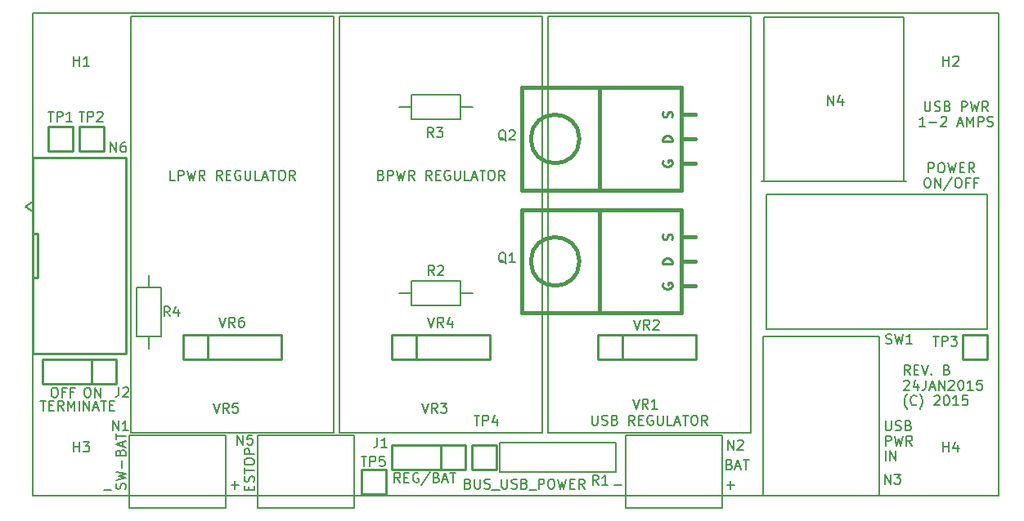
<source format=gto>
%FSLAX36Y36*%
G04 Gerber Fmt 3.6, Leading zero omitted, Abs format (unit inch)*
G04 Created by KiCad (PCBNEW (2014-jul-16 BZR unknown)-product) date Sat 24 Jan 2015 08:01:21 PM PST*
%MOIN*%
G01*
G04 APERTURE LIST*
%ADD10C,0.003937*%
%ADD11C,0.006000*%
%ADD12C,0.008000*%
%ADD13C,0.010000*%
%ADD14C,0.005906*%
%ADD15C,0.015000*%
%ADD16C,0.009850*%
%ADD17C,0.009900*%
G04 APERTURE END LIST*
D10*
D11*
X5433052Y-5852595D02*
X5419719Y-5833548D01*
X5410195Y-5852595D02*
X5410195Y-5812595D01*
X5425433Y-5812595D01*
X5429243Y-5814500D01*
X5431148Y-5816405D01*
X5433052Y-5820214D01*
X5433052Y-5825929D01*
X5431148Y-5829738D01*
X5429243Y-5831643D01*
X5425433Y-5833548D01*
X5410195Y-5833548D01*
X5450195Y-5831643D02*
X5463529Y-5831643D01*
X5469243Y-5852595D02*
X5450195Y-5852595D01*
X5450195Y-5812595D01*
X5469243Y-5812595D01*
X5507338Y-5814500D02*
X5503529Y-5812595D01*
X5497814Y-5812595D01*
X5492100Y-5814500D01*
X5488291Y-5818310D01*
X5486386Y-5822119D01*
X5484481Y-5829738D01*
X5484481Y-5835452D01*
X5486386Y-5843071D01*
X5488291Y-5846881D01*
X5492100Y-5850690D01*
X5497814Y-5852595D01*
X5501624Y-5852595D01*
X5507338Y-5850690D01*
X5509243Y-5848786D01*
X5509243Y-5835452D01*
X5501624Y-5835452D01*
X5554957Y-5810690D02*
X5520671Y-5862119D01*
X5581624Y-5831643D02*
X5587338Y-5833548D01*
X5589243Y-5835452D01*
X5591148Y-5839262D01*
X5591148Y-5844976D01*
X5589243Y-5848786D01*
X5587338Y-5850690D01*
X5583529Y-5852595D01*
X5568291Y-5852595D01*
X5568291Y-5812595D01*
X5581624Y-5812595D01*
X5585433Y-5814500D01*
X5587338Y-5816405D01*
X5589243Y-5820214D01*
X5589243Y-5824024D01*
X5587338Y-5827833D01*
X5585433Y-5829738D01*
X5581624Y-5831643D01*
X5568291Y-5831643D01*
X5606386Y-5841167D02*
X5625433Y-5841167D01*
X5602576Y-5852595D02*
X5615910Y-5812595D01*
X5629243Y-5852595D01*
X5636862Y-5812595D02*
X5659719Y-5812595D01*
X5648291Y-5852595D02*
X5648291Y-5812595D01*
X6215714Y-5578095D02*
X6215714Y-5610476D01*
X6217619Y-5614286D01*
X6219524Y-5616190D01*
X6223333Y-5618095D01*
X6230952Y-5618095D01*
X6234762Y-5616190D01*
X6236667Y-5614286D01*
X6238571Y-5610476D01*
X6238571Y-5578095D01*
X6255714Y-5616190D02*
X6261429Y-5618095D01*
X6270952Y-5618095D01*
X6274762Y-5616190D01*
X6276667Y-5614286D01*
X6278571Y-5610476D01*
X6278571Y-5606667D01*
X6276667Y-5602857D01*
X6274762Y-5600952D01*
X6270952Y-5599048D01*
X6263333Y-5597143D01*
X6259524Y-5595238D01*
X6257619Y-5593333D01*
X6255714Y-5589524D01*
X6255714Y-5585714D01*
X6257619Y-5581905D01*
X6259524Y-5580000D01*
X6263333Y-5578095D01*
X6272857Y-5578095D01*
X6278571Y-5580000D01*
X6309048Y-5597143D02*
X6314762Y-5599048D01*
X6316667Y-5600952D01*
X6318571Y-5604762D01*
X6318571Y-5610476D01*
X6316667Y-5614286D01*
X6314762Y-5616190D01*
X6310952Y-5618095D01*
X6295714Y-5618095D01*
X6295714Y-5578095D01*
X6309048Y-5578095D01*
X6312857Y-5580000D01*
X6314762Y-5581905D01*
X6316667Y-5585714D01*
X6316667Y-5589524D01*
X6314762Y-5593333D01*
X6312857Y-5595238D01*
X6309048Y-5597143D01*
X6295714Y-5597143D01*
X6389048Y-5618095D02*
X6375714Y-5599048D01*
X6366191Y-5618095D02*
X6366191Y-5578095D01*
X6381429Y-5578095D01*
X6385238Y-5580000D01*
X6387143Y-5581905D01*
X6389048Y-5585714D01*
X6389048Y-5591429D01*
X6387143Y-5595238D01*
X6385238Y-5597143D01*
X6381429Y-5599048D01*
X6366191Y-5599048D01*
X6406191Y-5597143D02*
X6419524Y-5597143D01*
X6425238Y-5618095D02*
X6406191Y-5618095D01*
X6406191Y-5578095D01*
X6425238Y-5578095D01*
X6463333Y-5580000D02*
X6459524Y-5578095D01*
X6453810Y-5578095D01*
X6448095Y-5580000D01*
X6444286Y-5583810D01*
X6442381Y-5587619D01*
X6440476Y-5595238D01*
X6440476Y-5600952D01*
X6442381Y-5608571D01*
X6444286Y-5612381D01*
X6448095Y-5616190D01*
X6453810Y-5618095D01*
X6457619Y-5618095D01*
X6463333Y-5616190D01*
X6465238Y-5614286D01*
X6465238Y-5600952D01*
X6457619Y-5600952D01*
X6482381Y-5578095D02*
X6482381Y-5610476D01*
X6484286Y-5614286D01*
X6486191Y-5616190D01*
X6490000Y-5618095D01*
X6497619Y-5618095D01*
X6501429Y-5616190D01*
X6503333Y-5614286D01*
X6505238Y-5610476D01*
X6505238Y-5578095D01*
X6543333Y-5618095D02*
X6524286Y-5618095D01*
X6524286Y-5578095D01*
X6554762Y-5606667D02*
X6573810Y-5606667D01*
X6550952Y-5618095D02*
X6564286Y-5578095D01*
X6577619Y-5618095D01*
X6585238Y-5578095D02*
X6608095Y-5578095D01*
X6596667Y-5618095D02*
X6596667Y-5578095D01*
X6629048Y-5578095D02*
X6636667Y-5578095D01*
X6640476Y-5580000D01*
X6644286Y-5583810D01*
X6646190Y-5591429D01*
X6646190Y-5604762D01*
X6644286Y-5612381D01*
X6640476Y-5616190D01*
X6636667Y-5618095D01*
X6629048Y-5618095D01*
X6625238Y-5616190D01*
X6621429Y-5612381D01*
X6619524Y-5604762D01*
X6619524Y-5591429D01*
X6621429Y-5583810D01*
X6625238Y-5580000D01*
X6629048Y-5578095D01*
X6686190Y-5618095D02*
X6672857Y-5599048D01*
X6663333Y-5618095D02*
X6663333Y-5578095D01*
X6678571Y-5578095D01*
X6682381Y-5580000D01*
X6684286Y-5581905D01*
X6686190Y-5585714D01*
X6686190Y-5591429D01*
X6684286Y-5595238D01*
X6682381Y-5597143D01*
X6678571Y-5599048D01*
X6663333Y-5599048D01*
X5356190Y-4597143D02*
X5361905Y-4599048D01*
X5363810Y-4600952D01*
X5365714Y-4604762D01*
X5365714Y-4610476D01*
X5363810Y-4614286D01*
X5361905Y-4616190D01*
X5358095Y-4618095D01*
X5342857Y-4618095D01*
X5342857Y-4578095D01*
X5356190Y-4578095D01*
X5360000Y-4580000D01*
X5361905Y-4581905D01*
X5363810Y-4585714D01*
X5363810Y-4589524D01*
X5361905Y-4593333D01*
X5360000Y-4595238D01*
X5356190Y-4597143D01*
X5342857Y-4597143D01*
X5382857Y-4618095D02*
X5382857Y-4578095D01*
X5398095Y-4578095D01*
X5401905Y-4580000D01*
X5403810Y-4581905D01*
X5405714Y-4585714D01*
X5405714Y-4591429D01*
X5403810Y-4595238D01*
X5401905Y-4597143D01*
X5398095Y-4599048D01*
X5382857Y-4599048D01*
X5419048Y-4578095D02*
X5428571Y-4618095D01*
X5436190Y-4589524D01*
X5443810Y-4618095D01*
X5453333Y-4578095D01*
X5491429Y-4618095D02*
X5478095Y-4599048D01*
X5468571Y-4618095D02*
X5468571Y-4578095D01*
X5483810Y-4578095D01*
X5487619Y-4580000D01*
X5489524Y-4581905D01*
X5491429Y-4585714D01*
X5491429Y-4591429D01*
X5489524Y-4595238D01*
X5487619Y-4597143D01*
X5483810Y-4599048D01*
X5468571Y-4599048D01*
X5561905Y-4618095D02*
X5548571Y-4599048D01*
X5539048Y-4618095D02*
X5539048Y-4578095D01*
X5554286Y-4578095D01*
X5558095Y-4580000D01*
X5560000Y-4581905D01*
X5561905Y-4585714D01*
X5561905Y-4591429D01*
X5560000Y-4595238D01*
X5558095Y-4597143D01*
X5554286Y-4599048D01*
X5539048Y-4599048D01*
X5579048Y-4597143D02*
X5592381Y-4597143D01*
X5598095Y-4618095D02*
X5579048Y-4618095D01*
X5579048Y-4578095D01*
X5598095Y-4578095D01*
X5636190Y-4580000D02*
X5632381Y-4578095D01*
X5626667Y-4578095D01*
X5620952Y-4580000D01*
X5617143Y-4583810D01*
X5615238Y-4587619D01*
X5613333Y-4595238D01*
X5613333Y-4600952D01*
X5615238Y-4608571D01*
X5617143Y-4612381D01*
X5620952Y-4616190D01*
X5626667Y-4618095D01*
X5630476Y-4618095D01*
X5636190Y-4616190D01*
X5638095Y-4614286D01*
X5638095Y-4600952D01*
X5630476Y-4600952D01*
X5655238Y-4578095D02*
X5655238Y-4610476D01*
X5657143Y-4614286D01*
X5659048Y-4616190D01*
X5662857Y-4618095D01*
X5670476Y-4618095D01*
X5674286Y-4616190D01*
X5676190Y-4614286D01*
X5678095Y-4610476D01*
X5678095Y-4578095D01*
X5716190Y-4618095D02*
X5697143Y-4618095D01*
X5697143Y-4578095D01*
X5727619Y-4606667D02*
X5746667Y-4606667D01*
X5723810Y-4618095D02*
X5737143Y-4578095D01*
X5750476Y-4618095D01*
X5758095Y-4578095D02*
X5780952Y-4578095D01*
X5769524Y-4618095D02*
X5769524Y-4578095D01*
X5801905Y-4578095D02*
X5809524Y-4578095D01*
X5813333Y-4580000D01*
X5817143Y-4583810D01*
X5819048Y-4591429D01*
X5819048Y-4604762D01*
X5817143Y-4612381D01*
X5813333Y-4616190D01*
X5809524Y-4618095D01*
X5801905Y-4618095D01*
X5798095Y-4616190D01*
X5794286Y-4612381D01*
X5792381Y-4604762D01*
X5792381Y-4591429D01*
X5794286Y-4583810D01*
X5798095Y-4580000D01*
X5801905Y-4578095D01*
X5859048Y-4618095D02*
X5845714Y-4599048D01*
X5836190Y-4618095D02*
X5836190Y-4578095D01*
X5851429Y-4578095D01*
X5855238Y-4580000D01*
X5857143Y-4581905D01*
X5859048Y-4585714D01*
X5859048Y-4591429D01*
X5857143Y-4595238D01*
X5855238Y-4597143D01*
X5851429Y-4599048D01*
X5836190Y-4599048D01*
X4515714Y-4618095D02*
X4496667Y-4618095D01*
X4496667Y-4578095D01*
X4529048Y-4618095D02*
X4529048Y-4578095D01*
X4544286Y-4578095D01*
X4548095Y-4580000D01*
X4550000Y-4581905D01*
X4551905Y-4585714D01*
X4551905Y-4591429D01*
X4550000Y-4595238D01*
X4548095Y-4597143D01*
X4544286Y-4599048D01*
X4529048Y-4599048D01*
X4565238Y-4578095D02*
X4574762Y-4618095D01*
X4582381Y-4589524D01*
X4590000Y-4618095D01*
X4599524Y-4578095D01*
X4637619Y-4618095D02*
X4624286Y-4599048D01*
X4614762Y-4618095D02*
X4614762Y-4578095D01*
X4630000Y-4578095D01*
X4633810Y-4580000D01*
X4635714Y-4581905D01*
X4637619Y-4585714D01*
X4637619Y-4591429D01*
X4635714Y-4595238D01*
X4633810Y-4597143D01*
X4630000Y-4599048D01*
X4614762Y-4599048D01*
X4708095Y-4618095D02*
X4694762Y-4599048D01*
X4685238Y-4618095D02*
X4685238Y-4578095D01*
X4700476Y-4578095D01*
X4704286Y-4580000D01*
X4706190Y-4581905D01*
X4708095Y-4585714D01*
X4708095Y-4591429D01*
X4706190Y-4595238D01*
X4704286Y-4597143D01*
X4700476Y-4599048D01*
X4685238Y-4599048D01*
X4725238Y-4597143D02*
X4738571Y-4597143D01*
X4744286Y-4618095D02*
X4725238Y-4618095D01*
X4725238Y-4578095D01*
X4744286Y-4578095D01*
X4782381Y-4580000D02*
X4778571Y-4578095D01*
X4772857Y-4578095D01*
X4767143Y-4580000D01*
X4763333Y-4583810D01*
X4761429Y-4587619D01*
X4759524Y-4595238D01*
X4759524Y-4600952D01*
X4761429Y-4608571D01*
X4763333Y-4612381D01*
X4767143Y-4616190D01*
X4772857Y-4618095D01*
X4776667Y-4618095D01*
X4782381Y-4616190D01*
X4784286Y-4614286D01*
X4784286Y-4600952D01*
X4776667Y-4600952D01*
X4801429Y-4578095D02*
X4801429Y-4610476D01*
X4803333Y-4614286D01*
X4805238Y-4616190D01*
X4809048Y-4618095D01*
X4816667Y-4618095D01*
X4820476Y-4616190D01*
X4822381Y-4614286D01*
X4824286Y-4610476D01*
X4824286Y-4578095D01*
X4862381Y-4618095D02*
X4843333Y-4618095D01*
X4843333Y-4578095D01*
X4873810Y-4606667D02*
X4892857Y-4606667D01*
X4870000Y-4618095D02*
X4883333Y-4578095D01*
X4896667Y-4618095D01*
X4904286Y-4578095D02*
X4927143Y-4578095D01*
X4915714Y-4618095D02*
X4915714Y-4578095D01*
X4948095Y-4578095D02*
X4955714Y-4578095D01*
X4959524Y-4580000D01*
X4963333Y-4583810D01*
X4965238Y-4591429D01*
X4965238Y-4604762D01*
X4963333Y-4612381D01*
X4959524Y-4616190D01*
X4955714Y-4618095D01*
X4948095Y-4618095D01*
X4944286Y-4616190D01*
X4940476Y-4612381D01*
X4938571Y-4604762D01*
X4938571Y-4591429D01*
X4940476Y-4583810D01*
X4944286Y-4580000D01*
X4948095Y-4578095D01*
X5005238Y-4618095D02*
X4991905Y-4599048D01*
X4982381Y-4618095D02*
X4982381Y-4578095D01*
X4997619Y-4578095D01*
X5001429Y-4580000D01*
X5003333Y-4581905D01*
X5005238Y-4585714D01*
X5005238Y-4591429D01*
X5003333Y-4595238D01*
X5001429Y-4597143D01*
X4997619Y-4599048D01*
X4982381Y-4599048D01*
X7411524Y-5600095D02*
X7411524Y-5632476D01*
X7413429Y-5636286D01*
X7415333Y-5638190D01*
X7419143Y-5640095D01*
X7426762Y-5640095D01*
X7430571Y-5638190D01*
X7432476Y-5636286D01*
X7434381Y-5632476D01*
X7434381Y-5600095D01*
X7451524Y-5638190D02*
X7457238Y-5640095D01*
X7466762Y-5640095D01*
X7470571Y-5638190D01*
X7472476Y-5636286D01*
X7474381Y-5632476D01*
X7474381Y-5628667D01*
X7472476Y-5624857D01*
X7470571Y-5622952D01*
X7466762Y-5621048D01*
X7459143Y-5619143D01*
X7455333Y-5617238D01*
X7453429Y-5615333D01*
X7451524Y-5611524D01*
X7451524Y-5607714D01*
X7453429Y-5603905D01*
X7455333Y-5602000D01*
X7459143Y-5600095D01*
X7468667Y-5600095D01*
X7474381Y-5602000D01*
X7504857Y-5619143D02*
X7510571Y-5621048D01*
X7512476Y-5622952D01*
X7514381Y-5626762D01*
X7514381Y-5632476D01*
X7512476Y-5636286D01*
X7510571Y-5638190D01*
X7506762Y-5640095D01*
X7491524Y-5640095D01*
X7491524Y-5600095D01*
X7504857Y-5600095D01*
X7508667Y-5602000D01*
X7510571Y-5603905D01*
X7512476Y-5607714D01*
X7512476Y-5611524D01*
X7510571Y-5615333D01*
X7508667Y-5617238D01*
X7504857Y-5619143D01*
X7491524Y-5619143D01*
X7411524Y-5702095D02*
X7411524Y-5662095D01*
X7426762Y-5662095D01*
X7430571Y-5664000D01*
X7432476Y-5665905D01*
X7434381Y-5669714D01*
X7434381Y-5675429D01*
X7432476Y-5679238D01*
X7430571Y-5681143D01*
X7426762Y-5683048D01*
X7411524Y-5683048D01*
X7447714Y-5662095D02*
X7457238Y-5702095D01*
X7464857Y-5673524D01*
X7472476Y-5702095D01*
X7482000Y-5662095D01*
X7520095Y-5702095D02*
X7506762Y-5683048D01*
X7497238Y-5702095D02*
X7497238Y-5662095D01*
X7512476Y-5662095D01*
X7516286Y-5664000D01*
X7518190Y-5665905D01*
X7520095Y-5669714D01*
X7520095Y-5675429D01*
X7518190Y-5679238D01*
X7516286Y-5681143D01*
X7512476Y-5683048D01*
X7497238Y-5683048D01*
X7411524Y-5764095D02*
X7411524Y-5724095D01*
X7430571Y-5764095D02*
X7430571Y-5724095D01*
X7453429Y-5764095D01*
X7453429Y-5724095D01*
X7571429Y-4297095D02*
X7571429Y-4329476D01*
X7573333Y-4333286D01*
X7575238Y-4335190D01*
X7579048Y-4337095D01*
X7586667Y-4337095D01*
X7590476Y-4335190D01*
X7592381Y-4333286D01*
X7594286Y-4329476D01*
X7594286Y-4297095D01*
X7611429Y-4335190D02*
X7617143Y-4337095D01*
X7626667Y-4337095D01*
X7630476Y-4335190D01*
X7632381Y-4333286D01*
X7634286Y-4329476D01*
X7634286Y-4325667D01*
X7632381Y-4321857D01*
X7630476Y-4319952D01*
X7626667Y-4318048D01*
X7619048Y-4316143D01*
X7615238Y-4314238D01*
X7613333Y-4312333D01*
X7611429Y-4308524D01*
X7611429Y-4304714D01*
X7613333Y-4300905D01*
X7615238Y-4299000D01*
X7619048Y-4297095D01*
X7628571Y-4297095D01*
X7634286Y-4299000D01*
X7664762Y-4316143D02*
X7670476Y-4318048D01*
X7672381Y-4319952D01*
X7674286Y-4323762D01*
X7674286Y-4329476D01*
X7672381Y-4333286D01*
X7670476Y-4335190D01*
X7666667Y-4337095D01*
X7651429Y-4337095D01*
X7651429Y-4297095D01*
X7664762Y-4297095D01*
X7668571Y-4299000D01*
X7670476Y-4300905D01*
X7672381Y-4304714D01*
X7672381Y-4308524D01*
X7670476Y-4312333D01*
X7668571Y-4314238D01*
X7664762Y-4316143D01*
X7651429Y-4316143D01*
X7721905Y-4337095D02*
X7721905Y-4297095D01*
X7737143Y-4297095D01*
X7740952Y-4299000D01*
X7742857Y-4300905D01*
X7744762Y-4304714D01*
X7744762Y-4310429D01*
X7742857Y-4314238D01*
X7740952Y-4316143D01*
X7737143Y-4318048D01*
X7721905Y-4318048D01*
X7758095Y-4297095D02*
X7767619Y-4337095D01*
X7775238Y-4308524D01*
X7782857Y-4337095D01*
X7792381Y-4297095D01*
X7830476Y-4337095D02*
X7817143Y-4318048D01*
X7807619Y-4337095D02*
X7807619Y-4297095D01*
X7822857Y-4297095D01*
X7826667Y-4299000D01*
X7828571Y-4300905D01*
X7830476Y-4304714D01*
X7830476Y-4310429D01*
X7828571Y-4314238D01*
X7826667Y-4316143D01*
X7822857Y-4318048D01*
X7807619Y-4318048D01*
X7573333Y-4399095D02*
X7550476Y-4399095D01*
X7561905Y-4399095D02*
X7561905Y-4359095D01*
X7558095Y-4364810D01*
X7554286Y-4368619D01*
X7550476Y-4370524D01*
X7590476Y-4383857D02*
X7620952Y-4383857D01*
X7638095Y-4362905D02*
X7640000Y-4361000D01*
X7643810Y-4359095D01*
X7653333Y-4359095D01*
X7657143Y-4361000D01*
X7659048Y-4362905D01*
X7660952Y-4366714D01*
X7660952Y-4370524D01*
X7659048Y-4376238D01*
X7636191Y-4399095D01*
X7660952Y-4399095D01*
X7706667Y-4387667D02*
X7725714Y-4387667D01*
X7702857Y-4399095D02*
X7716191Y-4359095D01*
X7729524Y-4399095D01*
X7742857Y-4399095D02*
X7742857Y-4359095D01*
X7756190Y-4387667D01*
X7769524Y-4359095D01*
X7769524Y-4399095D01*
X7788571Y-4399095D02*
X7788571Y-4359095D01*
X7803810Y-4359095D01*
X7807619Y-4361000D01*
X7809524Y-4362905D01*
X7811429Y-4366714D01*
X7811429Y-4372429D01*
X7809524Y-4376238D01*
X7807619Y-4378143D01*
X7803810Y-4380048D01*
X7788571Y-4380048D01*
X7826667Y-4397190D02*
X7832381Y-4399095D01*
X7841905Y-4399095D01*
X7845714Y-4397190D01*
X7847619Y-4395286D01*
X7849524Y-4391476D01*
X7849524Y-4387667D01*
X7847619Y-4383857D01*
X7845714Y-4381952D01*
X7841905Y-4380048D01*
X7834286Y-4378143D01*
X7830476Y-4376238D01*
X7828571Y-4374333D01*
X7826667Y-4370524D01*
X7826667Y-4366714D01*
X7828571Y-4362905D01*
X7830476Y-4361000D01*
X7834286Y-4359095D01*
X7843810Y-4359095D01*
X7849524Y-4361000D01*
X4312790Y-5878729D02*
X4314695Y-5873014D01*
X4314695Y-5863490D01*
X4312790Y-5859681D01*
X4310886Y-5857776D01*
X4307076Y-5855871D01*
X4303267Y-5855871D01*
X4299457Y-5857776D01*
X4297552Y-5859681D01*
X4295648Y-5863490D01*
X4293743Y-5871109D01*
X4291838Y-5874919D01*
X4289933Y-5876824D01*
X4286124Y-5878729D01*
X4282314Y-5878729D01*
X4278505Y-5876824D01*
X4276600Y-5874919D01*
X4274695Y-5871109D01*
X4274695Y-5861586D01*
X4276600Y-5855871D01*
X4274695Y-5842538D02*
X4314695Y-5833014D01*
X4286124Y-5825395D01*
X4314695Y-5817776D01*
X4274695Y-5808252D01*
X4299457Y-5793014D02*
X4299457Y-5762538D01*
X4293743Y-5730157D02*
X4295648Y-5724443D01*
X4297552Y-5722538D01*
X4301362Y-5720633D01*
X4307076Y-5720633D01*
X4310886Y-5722538D01*
X4312790Y-5724443D01*
X4314695Y-5728252D01*
X4314695Y-5743490D01*
X4274695Y-5743490D01*
X4274695Y-5730157D01*
X4276600Y-5726348D01*
X4278505Y-5724443D01*
X4282314Y-5722538D01*
X4286124Y-5722538D01*
X4289933Y-5724443D01*
X4291838Y-5726348D01*
X4293743Y-5730157D01*
X4293743Y-5743490D01*
X4303267Y-5705395D02*
X4303267Y-5686348D01*
X4314695Y-5709205D02*
X4274695Y-5695871D01*
X4314695Y-5682538D01*
X4274695Y-5674919D02*
X4274695Y-5652062D01*
X4314695Y-5663490D02*
X4274695Y-5663490D01*
X4817143Y-5883809D02*
X4817143Y-5870476D01*
X4838095Y-5864762D02*
X4838095Y-5883809D01*
X4798095Y-5883809D01*
X4798095Y-5864762D01*
X4836190Y-5849524D02*
X4838095Y-5843809D01*
X4838095Y-5834286D01*
X4836190Y-5830476D01*
X4834286Y-5828571D01*
X4830476Y-5826667D01*
X4826667Y-5826667D01*
X4822857Y-5828571D01*
X4820952Y-5830476D01*
X4819048Y-5834286D01*
X4817143Y-5841905D01*
X4815238Y-5845714D01*
X4813333Y-5847619D01*
X4809524Y-5849524D01*
X4805714Y-5849524D01*
X4801905Y-5847619D01*
X4800000Y-5845714D01*
X4798095Y-5841905D01*
X4798095Y-5832381D01*
X4800000Y-5826667D01*
X4798095Y-5815238D02*
X4798095Y-5792381D01*
X4838095Y-5803809D02*
X4798095Y-5803809D01*
X4798095Y-5771429D02*
X4798095Y-5763810D01*
X4800000Y-5760000D01*
X4803810Y-5756190D01*
X4811429Y-5754286D01*
X4824762Y-5754286D01*
X4832381Y-5756190D01*
X4836190Y-5760000D01*
X4838095Y-5763810D01*
X4838095Y-5771429D01*
X4836190Y-5775238D01*
X4832381Y-5779048D01*
X4824762Y-5780952D01*
X4811429Y-5780952D01*
X4803810Y-5779048D01*
X4800000Y-5775238D01*
X4798095Y-5771429D01*
X4838095Y-5737143D02*
X4798095Y-5737143D01*
X4798095Y-5721905D01*
X4800000Y-5718095D01*
X4801905Y-5716190D01*
X4805714Y-5714286D01*
X4811429Y-5714286D01*
X4815238Y-5716190D01*
X4817143Y-5718095D01*
X4819048Y-5721905D01*
X4819048Y-5737143D01*
X4224762Y-5882857D02*
X4255238Y-5882857D01*
X7587619Y-4587095D02*
X7587619Y-4547095D01*
X7602857Y-4547095D01*
X7606667Y-4549000D01*
X7608571Y-4550905D01*
X7610476Y-4554714D01*
X7610476Y-4560429D01*
X7608571Y-4564238D01*
X7606667Y-4566143D01*
X7602857Y-4568048D01*
X7587619Y-4568048D01*
X7635238Y-4547095D02*
X7642857Y-4547095D01*
X7646667Y-4549000D01*
X7650476Y-4552810D01*
X7652381Y-4560429D01*
X7652381Y-4573762D01*
X7650476Y-4581381D01*
X7646667Y-4585190D01*
X7642857Y-4587095D01*
X7635238Y-4587095D01*
X7631429Y-4585190D01*
X7627619Y-4581381D01*
X7625714Y-4573762D01*
X7625714Y-4560429D01*
X7627619Y-4552810D01*
X7631429Y-4549000D01*
X7635238Y-4547095D01*
X7665714Y-4547095D02*
X7675238Y-4587095D01*
X7682857Y-4558524D01*
X7690476Y-4587095D01*
X7700000Y-4547095D01*
X7715238Y-4566143D02*
X7728571Y-4566143D01*
X7734286Y-4587095D02*
X7715238Y-4587095D01*
X7715238Y-4547095D01*
X7734286Y-4547095D01*
X7774286Y-4587095D02*
X7760952Y-4568048D01*
X7751429Y-4587095D02*
X7751429Y-4547095D01*
X7766667Y-4547095D01*
X7770476Y-4549000D01*
X7772381Y-4550905D01*
X7774286Y-4554714D01*
X7774286Y-4560429D01*
X7772381Y-4564238D01*
X7770476Y-4566143D01*
X7766667Y-4568048D01*
X7751429Y-4568048D01*
X7579048Y-4609095D02*
X7586667Y-4609095D01*
X7590476Y-4611000D01*
X7594286Y-4614810D01*
X7596190Y-4622429D01*
X7596190Y-4635762D01*
X7594286Y-4643381D01*
X7590476Y-4647190D01*
X7586667Y-4649095D01*
X7579048Y-4649095D01*
X7575238Y-4647190D01*
X7571429Y-4643381D01*
X7569524Y-4635762D01*
X7569524Y-4622429D01*
X7571429Y-4614810D01*
X7575238Y-4611000D01*
X7579048Y-4609095D01*
X7613333Y-4649095D02*
X7613333Y-4609095D01*
X7636190Y-4649095D01*
X7636190Y-4609095D01*
X7683810Y-4607190D02*
X7649524Y-4658619D01*
X7704762Y-4609095D02*
X7712381Y-4609095D01*
X7716190Y-4611000D01*
X7720000Y-4614810D01*
X7721905Y-4622429D01*
X7721905Y-4635762D01*
X7720000Y-4643381D01*
X7716190Y-4647190D01*
X7712381Y-4649095D01*
X7704762Y-4649095D01*
X7700952Y-4647190D01*
X7697143Y-4643381D01*
X7695238Y-4635762D01*
X7695238Y-4622429D01*
X7697143Y-4614810D01*
X7700952Y-4611000D01*
X7704762Y-4609095D01*
X7752381Y-4628143D02*
X7739048Y-4628143D01*
X7739048Y-4649095D02*
X7739048Y-4609095D01*
X7758095Y-4609095D01*
X7786667Y-4628143D02*
X7773333Y-4628143D01*
X7773333Y-4649095D02*
X7773333Y-4609095D01*
X7792381Y-4609095D01*
X7511381Y-5412795D02*
X7498048Y-5393748D01*
X7488524Y-5412795D02*
X7488524Y-5372795D01*
X7503762Y-5372795D01*
X7507571Y-5374700D01*
X7509476Y-5376605D01*
X7511381Y-5380414D01*
X7511381Y-5386129D01*
X7509476Y-5389938D01*
X7507571Y-5391843D01*
X7503762Y-5393748D01*
X7488524Y-5393748D01*
X7528524Y-5391843D02*
X7541857Y-5391843D01*
X7547571Y-5412795D02*
X7528524Y-5412795D01*
X7528524Y-5372795D01*
X7547571Y-5372795D01*
X7559000Y-5372795D02*
X7572333Y-5412795D01*
X7585667Y-5372795D01*
X7599000Y-5408986D02*
X7600905Y-5410890D01*
X7599000Y-5412795D01*
X7597095Y-5410890D01*
X7599000Y-5408986D01*
X7599000Y-5412795D01*
X7661857Y-5391843D02*
X7667571Y-5393748D01*
X7669476Y-5395652D01*
X7671381Y-5399462D01*
X7671381Y-5405176D01*
X7669476Y-5408986D01*
X7667571Y-5410890D01*
X7663762Y-5412795D01*
X7648524Y-5412795D01*
X7648524Y-5372795D01*
X7661857Y-5372795D01*
X7665667Y-5374700D01*
X7667571Y-5376605D01*
X7669476Y-5380414D01*
X7669476Y-5384224D01*
X7667571Y-5388033D01*
X7665667Y-5389938D01*
X7661857Y-5391843D01*
X7648524Y-5391843D01*
X7486619Y-5438605D02*
X7488524Y-5436700D01*
X7492333Y-5434795D01*
X7501857Y-5434795D01*
X7505667Y-5436700D01*
X7507571Y-5438605D01*
X7509476Y-5442414D01*
X7509476Y-5446224D01*
X7507571Y-5451938D01*
X7484714Y-5474795D01*
X7509476Y-5474795D01*
X7543762Y-5448129D02*
X7543762Y-5474795D01*
X7534238Y-5432890D02*
X7524714Y-5461462D01*
X7549476Y-5461462D01*
X7576143Y-5434795D02*
X7576143Y-5463367D01*
X7574238Y-5469081D01*
X7570429Y-5472890D01*
X7564714Y-5474795D01*
X7560905Y-5474795D01*
X7593286Y-5463367D02*
X7612333Y-5463367D01*
X7589476Y-5474795D02*
X7602810Y-5434795D01*
X7616143Y-5474795D01*
X7629476Y-5474795D02*
X7629476Y-5434795D01*
X7652333Y-5474795D01*
X7652333Y-5434795D01*
X7669476Y-5438605D02*
X7671381Y-5436700D01*
X7675190Y-5434795D01*
X7684714Y-5434795D01*
X7688524Y-5436700D01*
X7690429Y-5438605D01*
X7692333Y-5442414D01*
X7692333Y-5446224D01*
X7690429Y-5451938D01*
X7667571Y-5474795D01*
X7692333Y-5474795D01*
X7717095Y-5434795D02*
X7720905Y-5434795D01*
X7724714Y-5436700D01*
X7726619Y-5438605D01*
X7728524Y-5442414D01*
X7730429Y-5450033D01*
X7730429Y-5459557D01*
X7728524Y-5467176D01*
X7726619Y-5470986D01*
X7724714Y-5472890D01*
X7720905Y-5474795D01*
X7717095Y-5474795D01*
X7713286Y-5472890D01*
X7711381Y-5470986D01*
X7709476Y-5467176D01*
X7707571Y-5459557D01*
X7707571Y-5450033D01*
X7709476Y-5442414D01*
X7711381Y-5438605D01*
X7713286Y-5436700D01*
X7717095Y-5434795D01*
X7768524Y-5474795D02*
X7745667Y-5474795D01*
X7757095Y-5474795D02*
X7757095Y-5434795D01*
X7753286Y-5440510D01*
X7749476Y-5444319D01*
X7745667Y-5446224D01*
X7804714Y-5434795D02*
X7785667Y-5434795D01*
X7783762Y-5453843D01*
X7785667Y-5451938D01*
X7789476Y-5450033D01*
X7799000Y-5450033D01*
X7802809Y-5451938D01*
X7804714Y-5453843D01*
X7806619Y-5457652D01*
X7806619Y-5467176D01*
X7804714Y-5470986D01*
X7802809Y-5472890D01*
X7799000Y-5474795D01*
X7789476Y-5474795D01*
X7785667Y-5472890D01*
X7783762Y-5470986D01*
X7499952Y-5552033D02*
X7498048Y-5550129D01*
X7494238Y-5544414D01*
X7492333Y-5540605D01*
X7490429Y-5534890D01*
X7488524Y-5525367D01*
X7488524Y-5517748D01*
X7490429Y-5508224D01*
X7492333Y-5502510D01*
X7494238Y-5498700D01*
X7498048Y-5492986D01*
X7499952Y-5491081D01*
X7538048Y-5532986D02*
X7536143Y-5534890D01*
X7530429Y-5536795D01*
X7526619Y-5536795D01*
X7520905Y-5534890D01*
X7517095Y-5531081D01*
X7515190Y-5527271D01*
X7513286Y-5519652D01*
X7513286Y-5513938D01*
X7515190Y-5506319D01*
X7517095Y-5502510D01*
X7520905Y-5498700D01*
X7526619Y-5496795D01*
X7530429Y-5496795D01*
X7536143Y-5498700D01*
X7538048Y-5500605D01*
X7551381Y-5552033D02*
X7553286Y-5550129D01*
X7557095Y-5544414D01*
X7559000Y-5540605D01*
X7560905Y-5534890D01*
X7562810Y-5525367D01*
X7562810Y-5517748D01*
X7560905Y-5508224D01*
X7559000Y-5502510D01*
X7557095Y-5498700D01*
X7553286Y-5492986D01*
X7551381Y-5491081D01*
X7610429Y-5500605D02*
X7612333Y-5498700D01*
X7616143Y-5496795D01*
X7625667Y-5496795D01*
X7629476Y-5498700D01*
X7631381Y-5500605D01*
X7633286Y-5504414D01*
X7633286Y-5508224D01*
X7631381Y-5513938D01*
X7608524Y-5536795D01*
X7633286Y-5536795D01*
X7658048Y-5496795D02*
X7661857Y-5496795D01*
X7665667Y-5498700D01*
X7667571Y-5500605D01*
X7669476Y-5504414D01*
X7671381Y-5512033D01*
X7671381Y-5521557D01*
X7669476Y-5529176D01*
X7667571Y-5532986D01*
X7665667Y-5534890D01*
X7661857Y-5536795D01*
X7658048Y-5536795D01*
X7654238Y-5534890D01*
X7652333Y-5532986D01*
X7650429Y-5529176D01*
X7648524Y-5521557D01*
X7648524Y-5512033D01*
X7650429Y-5504414D01*
X7652333Y-5500605D01*
X7654238Y-5498700D01*
X7658048Y-5496795D01*
X7709476Y-5536795D02*
X7686619Y-5536795D01*
X7698048Y-5536795D02*
X7698048Y-5496795D01*
X7694238Y-5502510D01*
X7690429Y-5506319D01*
X7686619Y-5508224D01*
X7745667Y-5496795D02*
X7726619Y-5496795D01*
X7724714Y-5515843D01*
X7726619Y-5513938D01*
X7730429Y-5512033D01*
X7739952Y-5512033D01*
X7743762Y-5513938D01*
X7745667Y-5515843D01*
X7747571Y-5519652D01*
X7747571Y-5529176D01*
X7745667Y-5532986D01*
X7743762Y-5534890D01*
X7739952Y-5536795D01*
X7730429Y-5536795D01*
X7726619Y-5534890D01*
X7724714Y-5532986D01*
X6776476Y-5778143D02*
X6782190Y-5780048D01*
X6784095Y-5781952D01*
X6786000Y-5785762D01*
X6786000Y-5791476D01*
X6784095Y-5795286D01*
X6782190Y-5797190D01*
X6778381Y-5799095D01*
X6763143Y-5799095D01*
X6763143Y-5759095D01*
X6776476Y-5759095D01*
X6780286Y-5761000D01*
X6782190Y-5762905D01*
X6784095Y-5766714D01*
X6784095Y-5770524D01*
X6782190Y-5774333D01*
X6780286Y-5776238D01*
X6776476Y-5778143D01*
X6763143Y-5778143D01*
X6801238Y-5787667D02*
X6820286Y-5787667D01*
X6797429Y-5799095D02*
X6810762Y-5759095D01*
X6824095Y-5799095D01*
X6831714Y-5759095D02*
X6854571Y-5759095D01*
X6843143Y-5799095D02*
X6843143Y-5759095D01*
X5710476Y-5857143D02*
X5716190Y-5859048D01*
X5718095Y-5860952D01*
X5720000Y-5864762D01*
X5720000Y-5870476D01*
X5718095Y-5874286D01*
X5716190Y-5876190D01*
X5712381Y-5878095D01*
X5697143Y-5878095D01*
X5697143Y-5838095D01*
X5710476Y-5838095D01*
X5714286Y-5840000D01*
X5716190Y-5841905D01*
X5718095Y-5845714D01*
X5718095Y-5849524D01*
X5716190Y-5853333D01*
X5714286Y-5855238D01*
X5710476Y-5857143D01*
X5697143Y-5857143D01*
X5737143Y-5838095D02*
X5737143Y-5870476D01*
X5739048Y-5874286D01*
X5740952Y-5876190D01*
X5744762Y-5878095D01*
X5752381Y-5878095D01*
X5756190Y-5876190D01*
X5758095Y-5874286D01*
X5760000Y-5870476D01*
X5760000Y-5838095D01*
X5777143Y-5876190D02*
X5782857Y-5878095D01*
X5792381Y-5878095D01*
X5796190Y-5876190D01*
X5798095Y-5874286D01*
X5800000Y-5870476D01*
X5800000Y-5866667D01*
X5798095Y-5862857D01*
X5796190Y-5860952D01*
X5792381Y-5859048D01*
X5784762Y-5857143D01*
X5780952Y-5855238D01*
X5779048Y-5853333D01*
X5777143Y-5849524D01*
X5777143Y-5845714D01*
X5779048Y-5841905D01*
X5780952Y-5840000D01*
X5784762Y-5838095D01*
X5794286Y-5838095D01*
X5800000Y-5840000D01*
X5807619Y-5881905D02*
X5838095Y-5881905D01*
X5847619Y-5838095D02*
X5847619Y-5870476D01*
X5849524Y-5874286D01*
X5851429Y-5876190D01*
X5855238Y-5878095D01*
X5862857Y-5878095D01*
X5866667Y-5876190D01*
X5868571Y-5874286D01*
X5870476Y-5870476D01*
X5870476Y-5838095D01*
X5887619Y-5876190D02*
X5893333Y-5878095D01*
X5902857Y-5878095D01*
X5906667Y-5876190D01*
X5908571Y-5874286D01*
X5910476Y-5870476D01*
X5910476Y-5866667D01*
X5908571Y-5862857D01*
X5906667Y-5860952D01*
X5902857Y-5859048D01*
X5895238Y-5857143D01*
X5891429Y-5855238D01*
X5889524Y-5853333D01*
X5887619Y-5849524D01*
X5887619Y-5845714D01*
X5889524Y-5841905D01*
X5891429Y-5840000D01*
X5895238Y-5838095D01*
X5904762Y-5838095D01*
X5910476Y-5840000D01*
X5940952Y-5857143D02*
X5946667Y-5859048D01*
X5948571Y-5860952D01*
X5950476Y-5864762D01*
X5950476Y-5870476D01*
X5948571Y-5874286D01*
X5946667Y-5876190D01*
X5942857Y-5878095D01*
X5927619Y-5878095D01*
X5927619Y-5838095D01*
X5940952Y-5838095D01*
X5944762Y-5840000D01*
X5946667Y-5841905D01*
X5948571Y-5845714D01*
X5948571Y-5849524D01*
X5946667Y-5853333D01*
X5944762Y-5855238D01*
X5940952Y-5857143D01*
X5927619Y-5857143D01*
X5958095Y-5881905D02*
X5988571Y-5881905D01*
X5998095Y-5878095D02*
X5998095Y-5838095D01*
X6013333Y-5838095D01*
X6017143Y-5840000D01*
X6019048Y-5841905D01*
X6020952Y-5845714D01*
X6020952Y-5851429D01*
X6019048Y-5855238D01*
X6017143Y-5857143D01*
X6013333Y-5859048D01*
X5998095Y-5859048D01*
X6045714Y-5838095D02*
X6053333Y-5838095D01*
X6057143Y-5840000D01*
X6060952Y-5843810D01*
X6062857Y-5851429D01*
X6062857Y-5864762D01*
X6060952Y-5872381D01*
X6057143Y-5876190D01*
X6053333Y-5878095D01*
X6045714Y-5878095D01*
X6041905Y-5876190D01*
X6038095Y-5872381D01*
X6036190Y-5864762D01*
X6036190Y-5851429D01*
X6038095Y-5843810D01*
X6041905Y-5840000D01*
X6045714Y-5838095D01*
X6076190Y-5838095D02*
X6085714Y-5878095D01*
X6093333Y-5849524D01*
X6100952Y-5878095D01*
X6110476Y-5838095D01*
X6125714Y-5857143D02*
X6139048Y-5857143D01*
X6144762Y-5878095D02*
X6125714Y-5878095D01*
X6125714Y-5838095D01*
X6144762Y-5838095D01*
X6184762Y-5878095D02*
X6171429Y-5859048D01*
X6161905Y-5878095D02*
X6161905Y-5838095D01*
X6177143Y-5838095D01*
X6180952Y-5840000D01*
X6182857Y-5841905D01*
X6184762Y-5845714D01*
X6184762Y-5851429D01*
X6182857Y-5855238D01*
X6180952Y-5857143D01*
X6177143Y-5859048D01*
X6161905Y-5859048D01*
X6304762Y-5862857D02*
X6335238Y-5862857D01*
X6764762Y-5862857D02*
X6795238Y-5862857D01*
X6780000Y-5878095D02*
X6780000Y-5847619D01*
X4744762Y-5862857D02*
X4775238Y-5862857D01*
X4760000Y-5878095D02*
X4760000Y-5847619D01*
X3966667Y-5518095D02*
X3989524Y-5518095D01*
X3978095Y-5558095D02*
X3978095Y-5518095D01*
X4002857Y-5537143D02*
X4016190Y-5537143D01*
X4021905Y-5558095D02*
X4002857Y-5558095D01*
X4002857Y-5518095D01*
X4021905Y-5518095D01*
X4061905Y-5558095D02*
X4048571Y-5539048D01*
X4039048Y-5558095D02*
X4039048Y-5518095D01*
X4054286Y-5518095D01*
X4058095Y-5520000D01*
X4060000Y-5521905D01*
X4061905Y-5525714D01*
X4061905Y-5531429D01*
X4060000Y-5535238D01*
X4058095Y-5537143D01*
X4054286Y-5539048D01*
X4039048Y-5539048D01*
X4079048Y-5558095D02*
X4079048Y-5518095D01*
X4092381Y-5546667D01*
X4105714Y-5518095D01*
X4105714Y-5558095D01*
X4124762Y-5558095D02*
X4124762Y-5518095D01*
X4143810Y-5558095D02*
X4143810Y-5518095D01*
X4166667Y-5558095D01*
X4166667Y-5518095D01*
X4183810Y-5546667D02*
X4202857Y-5546667D01*
X4180000Y-5558095D02*
X4193333Y-5518095D01*
X4206667Y-5558095D01*
X4214286Y-5518095D02*
X4237143Y-5518095D01*
X4225714Y-5558095D02*
X4225714Y-5518095D01*
X4250476Y-5537143D02*
X4263810Y-5537143D01*
X4269524Y-5558095D02*
X4250476Y-5558095D01*
X4250476Y-5518095D01*
X4269524Y-5518095D01*
X4021905Y-5465095D02*
X4029524Y-5465095D01*
X4033333Y-5467000D01*
X4037143Y-5470810D01*
X4039048Y-5478429D01*
X4039048Y-5491762D01*
X4037143Y-5499381D01*
X4033333Y-5503190D01*
X4029524Y-5505095D01*
X4021905Y-5505095D01*
X4018095Y-5503190D01*
X4014286Y-5499381D01*
X4012381Y-5491762D01*
X4012381Y-5478429D01*
X4014286Y-5470810D01*
X4018095Y-5467000D01*
X4021905Y-5465095D01*
X4069524Y-5484143D02*
X4056191Y-5484143D01*
X4056191Y-5505095D02*
X4056191Y-5465095D01*
X4075238Y-5465095D01*
X4103810Y-5484143D02*
X4090476Y-5484143D01*
X4090476Y-5505095D02*
X4090476Y-5465095D01*
X4109524Y-5465095D01*
X4155638Y-5465395D02*
X4163257Y-5465395D01*
X4167067Y-5467300D01*
X4170876Y-5471110D01*
X4172781Y-5478729D01*
X4172781Y-5492062D01*
X4170876Y-5499681D01*
X4167067Y-5503490D01*
X4163257Y-5505395D01*
X4155638Y-5505395D01*
X4151829Y-5503490D01*
X4148019Y-5499681D01*
X4146114Y-5492062D01*
X4146114Y-5478729D01*
X4148019Y-5471110D01*
X4151829Y-5467300D01*
X4155638Y-5465395D01*
X4189924Y-5505395D02*
X4189924Y-5465395D01*
X4212781Y-5505395D01*
X4212781Y-5465395D01*
D12*
X3937008Y-5905512D02*
X3937008Y-3937008D01*
X7874016Y-5905512D02*
X3937008Y-5905512D01*
X7874016Y-3937008D02*
X7874016Y-5905512D01*
X3937008Y-3937008D02*
X7874016Y-3937008D01*
D13*
X5600000Y-5700000D02*
X5400000Y-5700000D01*
X5400000Y-5700000D02*
X5400000Y-5800000D01*
X5400000Y-5800000D02*
X5600000Y-5800000D01*
X5700000Y-5800000D02*
X5600000Y-5800000D01*
X5600000Y-5800000D02*
X5600000Y-5700000D01*
X5700000Y-5800000D02*
X5700000Y-5700000D01*
X5700000Y-5700000D02*
X5600000Y-5700000D01*
X4175000Y-5350000D02*
X3975000Y-5350000D01*
X3975000Y-5350000D02*
X3975000Y-5450000D01*
X3975000Y-5450000D02*
X4175000Y-5450000D01*
X4275000Y-5450000D02*
X4175000Y-5450000D01*
X4175000Y-5450000D02*
X4175000Y-5350000D01*
X4275000Y-5450000D02*
X4275000Y-5350000D01*
X4275000Y-5350000D02*
X4175000Y-5350000D01*
D12*
X4328150Y-5659646D02*
X4328150Y-5954921D01*
X4328150Y-5954921D02*
X4721850Y-5954921D01*
X4721850Y-5954921D02*
X4721850Y-5659646D01*
X4721850Y-5659646D02*
X4328150Y-5659646D01*
X6353150Y-5659646D02*
X6353150Y-5954921D01*
X6353150Y-5954921D02*
X6746850Y-5954921D01*
X6746850Y-5954921D02*
X6746850Y-5659646D01*
X6746850Y-5659646D02*
X6353150Y-5659646D01*
X4853150Y-5659646D02*
X4853150Y-5954921D01*
X4853150Y-5954921D02*
X5246850Y-5954921D01*
X5246850Y-5954921D02*
X5246850Y-5659646D01*
X5246850Y-5659646D02*
X4853150Y-5659646D01*
D14*
X3905000Y-4725000D02*
X3935000Y-4705000D01*
X3905000Y-4725000D02*
X3935000Y-4745000D01*
D13*
X3935000Y-5015000D02*
X3955000Y-5015000D01*
X3955000Y-5015000D02*
X3955000Y-4835000D01*
X3955000Y-4835000D02*
X3935000Y-4835000D01*
X4315000Y-4525000D02*
X4315000Y-5325000D01*
X4315000Y-5325000D02*
X3935000Y-5325000D01*
X3935000Y-5325000D02*
X3935000Y-4525000D01*
X3935000Y-4525000D02*
X4315000Y-4525000D01*
D15*
X6580000Y-5050000D02*
X6635000Y-5050000D01*
X6580000Y-4950000D02*
X6635000Y-4950000D01*
X6580000Y-4850000D02*
X6635000Y-4850000D01*
X6163995Y-4950000D02*
G75*
G03X6163995Y-4950000I-98995J0D01*
G74*
G01*
X6245000Y-4740000D02*
X5930000Y-4740000D01*
X5930000Y-4740000D02*
X5930000Y-5160000D01*
X5930000Y-5160000D02*
X6245000Y-5160000D01*
X6580000Y-4740000D02*
X6245000Y-4740000D01*
X6245000Y-4740000D02*
X6245000Y-5160000D01*
X6245000Y-5160000D02*
X6580000Y-5160000D01*
X6580000Y-4950000D02*
X6580000Y-5160000D01*
X6580000Y-4950000D02*
X6580000Y-4740000D01*
X6580000Y-4550000D02*
X6635000Y-4550000D01*
X6580000Y-4450000D02*
X6635000Y-4450000D01*
X6580000Y-4350000D02*
X6635000Y-4350000D01*
X6163995Y-4450000D02*
G75*
G03X6163995Y-4450000I-98995J0D01*
G74*
G01*
X6245000Y-4240000D02*
X5930000Y-4240000D01*
X5930000Y-4240000D02*
X5930000Y-4660000D01*
X5930000Y-4660000D02*
X6245000Y-4660000D01*
X6580000Y-4240000D02*
X6245000Y-4240000D01*
X6245000Y-4240000D02*
X6245000Y-4660000D01*
X6245000Y-4660000D02*
X6580000Y-4660000D01*
X6580000Y-4450000D02*
X6580000Y-4660000D01*
X6580000Y-4450000D02*
X6580000Y-4240000D01*
D14*
X4409449Y-5257480D02*
X4409449Y-5307480D01*
X4409449Y-5057480D02*
X4409449Y-5007480D01*
X4459449Y-5057480D02*
X4359449Y-5057480D01*
X4359449Y-5057480D02*
X4359449Y-5257480D01*
X4359449Y-5257480D02*
X4459449Y-5257480D01*
X4459449Y-5257480D02*
X4459449Y-5057480D01*
D12*
X6925000Y-4675000D02*
X6925000Y-5225000D01*
X6925000Y-5225000D02*
X7825000Y-5225000D01*
X7825000Y-5225000D02*
X7825000Y-4675000D01*
X7825000Y-4675000D02*
X6925000Y-4675000D01*
D13*
X4000000Y-4400000D02*
X4000000Y-4500000D01*
X4000000Y-4500000D02*
X4100000Y-4500000D01*
X4100000Y-4500000D02*
X4100000Y-4400000D01*
X4100000Y-4400000D02*
X4000000Y-4400000D01*
X4125000Y-4400000D02*
X4125000Y-4500000D01*
X4125000Y-4500000D02*
X4225000Y-4500000D01*
X4225000Y-4500000D02*
X4225000Y-4400000D01*
X4225000Y-4400000D02*
X4125000Y-4400000D01*
X7725000Y-5250000D02*
X7725000Y-5350000D01*
X7725000Y-5350000D02*
X7825000Y-5350000D01*
X7825000Y-5350000D02*
X7825000Y-5250000D01*
X7825000Y-5250000D02*
X7725000Y-5250000D01*
X5725000Y-5700000D02*
X5725000Y-5800000D01*
X5725000Y-5800000D02*
X5825000Y-5800000D01*
X5825000Y-5800000D02*
X5825000Y-5700000D01*
X5825000Y-5700000D02*
X5725000Y-5700000D01*
X5275000Y-5800000D02*
X5275000Y-5900000D01*
X5275000Y-5900000D02*
X5375000Y-5900000D01*
X5375000Y-5900000D02*
X5375000Y-5800000D01*
X5375000Y-5800000D02*
X5275000Y-5800000D01*
X6340000Y-5350000D02*
X6640000Y-5350000D01*
X6340000Y-5250000D02*
X6640000Y-5250000D01*
X6240000Y-5250000D02*
X6340000Y-5250000D01*
X6640000Y-5350000D02*
X6640000Y-5250000D01*
X6340000Y-5250000D02*
X6340000Y-5350000D01*
X6240000Y-5250000D02*
X6240000Y-5350000D01*
X6240000Y-5350000D02*
X6340000Y-5350000D01*
X5500000Y-5350000D02*
X5800000Y-5350000D01*
X5500000Y-5250000D02*
X5800000Y-5250000D01*
X5400000Y-5250000D02*
X5500000Y-5250000D01*
X5800000Y-5350000D02*
X5800000Y-5250000D01*
X5500000Y-5250000D02*
X5500000Y-5350000D01*
X5400000Y-5250000D02*
X5400000Y-5350000D01*
X5400000Y-5350000D02*
X5500000Y-5350000D01*
X4650000Y-5350000D02*
X4950000Y-5350000D01*
X4650000Y-5250000D02*
X4950000Y-5250000D01*
X4550000Y-5250000D02*
X4650000Y-5250000D01*
X4950000Y-5350000D02*
X4950000Y-5250000D01*
X4650000Y-5250000D02*
X4650000Y-5350000D01*
X4550000Y-5250000D02*
X4550000Y-5350000D01*
X4550000Y-5350000D02*
X4650000Y-5350000D01*
D12*
X6311000Y-5691000D02*
X5839000Y-5691000D01*
X5839000Y-5691000D02*
X5839000Y-5809000D01*
X5839000Y-5809000D02*
X6311000Y-5809000D01*
X6311000Y-5809000D02*
X6311000Y-5691000D01*
D14*
X5680000Y-5080000D02*
X5730000Y-5080000D01*
X5480000Y-5080000D02*
X5430000Y-5080000D01*
X5480000Y-5030000D02*
X5480000Y-5130000D01*
X5480000Y-5130000D02*
X5680000Y-5130000D01*
X5680000Y-5130000D02*
X5680000Y-5030000D01*
X5680000Y-5030000D02*
X5480000Y-5030000D01*
X5680000Y-4320000D02*
X5730000Y-4320000D01*
X5480000Y-4320000D02*
X5430000Y-4320000D01*
X5480000Y-4270000D02*
X5480000Y-4370000D01*
X5480000Y-4370000D02*
X5680000Y-4370000D01*
X5680000Y-4370000D02*
X5680000Y-4270000D01*
X5680000Y-4270000D02*
X5480000Y-4270000D01*
X4337500Y-5650000D02*
X4337500Y-3950000D01*
X4337500Y-3950000D02*
X5162500Y-3950000D01*
X5162500Y-3950000D02*
X5162500Y-5650000D01*
X5162500Y-5650000D02*
X4337500Y-5650000D01*
X5187500Y-5650000D02*
X5187500Y-3950000D01*
X5187500Y-3950000D02*
X6012500Y-3950000D01*
X6012500Y-3950000D02*
X6012500Y-5650000D01*
X6012500Y-5650000D02*
X5187500Y-5650000D01*
X6037500Y-5650000D02*
X6037500Y-3950000D01*
X6037500Y-3950000D02*
X6862500Y-3950000D01*
X6862500Y-3950000D02*
X6862500Y-5650000D01*
X6862500Y-5650000D02*
X6037500Y-5650000D01*
X6912992Y-5255118D02*
X7387008Y-5255118D01*
X7387008Y-5255118D02*
X7387008Y-5904724D01*
X7387008Y-5904724D02*
X6912992Y-5904724D01*
X6912992Y-5904724D02*
X6912992Y-5255118D01*
X7485433Y-3952559D02*
X6914567Y-3952559D01*
X6914567Y-3952559D02*
X6914567Y-4621850D01*
X6904724Y-4621850D02*
X7495276Y-4621850D01*
X7485433Y-4621850D02*
X7485433Y-3952559D01*
D12*
X4103382Y-4151954D02*
X4103382Y-4111954D01*
X4103382Y-4131001D02*
X4126239Y-4131001D01*
X4126239Y-4151954D02*
X4126239Y-4111954D01*
X4166239Y-4151954D02*
X4143382Y-4151954D01*
X4154811Y-4151954D02*
X4154811Y-4111954D01*
X4151001Y-4117668D01*
X4147192Y-4121477D01*
X4143382Y-4123382D01*
X7646689Y-4151954D02*
X7646689Y-4111954D01*
X7646689Y-4131001D02*
X7669546Y-4131001D01*
X7669546Y-4151954D02*
X7669546Y-4111954D01*
X7686689Y-4115763D02*
X7688594Y-4113858D01*
X7692403Y-4111954D01*
X7701927Y-4111954D01*
X7705737Y-4113858D01*
X7707642Y-4115763D01*
X7709546Y-4119573D01*
X7709546Y-4123382D01*
X7707642Y-4129096D01*
X7684784Y-4151954D01*
X7709546Y-4151954D01*
X4103382Y-5726757D02*
X4103382Y-5686757D01*
X4103382Y-5705804D02*
X4126239Y-5705804D01*
X4126239Y-5726757D02*
X4126239Y-5686757D01*
X4141477Y-5686757D02*
X4166239Y-5686757D01*
X4152906Y-5701995D01*
X4158620Y-5701995D01*
X4162430Y-5703900D01*
X4164334Y-5705804D01*
X4166239Y-5709614D01*
X4166239Y-5719138D01*
X4164334Y-5722947D01*
X4162430Y-5724852D01*
X4158620Y-5726757D01*
X4147192Y-5726757D01*
X4143382Y-5724852D01*
X4141477Y-5722947D01*
X7646689Y-5726757D02*
X7646689Y-5686757D01*
X7646689Y-5705804D02*
X7669546Y-5705804D01*
X7669546Y-5726757D02*
X7669546Y-5686757D01*
X7705737Y-5700090D02*
X7705737Y-5726757D01*
X7696213Y-5684852D02*
X7686689Y-5713423D01*
X7711451Y-5713423D01*
X5340167Y-5669095D02*
X5340167Y-5697667D01*
X5338262Y-5703381D01*
X5334452Y-5707190D01*
X5328738Y-5709095D01*
X5324929Y-5709095D01*
X5380167Y-5709095D02*
X5357310Y-5709095D01*
X5368738Y-5709095D02*
X5368738Y-5669095D01*
X5364929Y-5674810D01*
X5361119Y-5678619D01*
X5357310Y-5680524D01*
X4286667Y-5463095D02*
X4286667Y-5491667D01*
X4284762Y-5497381D01*
X4280952Y-5501190D01*
X4275238Y-5503095D01*
X4271429Y-5503095D01*
X4303810Y-5466905D02*
X4305714Y-5465000D01*
X4309524Y-5463095D01*
X4319048Y-5463095D01*
X4322857Y-5465000D01*
X4324762Y-5466905D01*
X4326667Y-5470714D01*
X4326667Y-5474524D01*
X4324762Y-5480238D01*
X4301905Y-5503095D01*
X4326667Y-5503095D01*
X4261924Y-5640495D02*
X4261924Y-5600495D01*
X4284781Y-5640495D01*
X4284781Y-5600495D01*
X4324781Y-5640495D02*
X4301924Y-5640495D01*
X4313352Y-5640495D02*
X4313352Y-5600495D01*
X4309543Y-5606210D01*
X4305733Y-5610019D01*
X4301924Y-5611924D01*
X6769524Y-5718095D02*
X6769524Y-5678095D01*
X6792381Y-5718095D01*
X6792381Y-5678095D01*
X6809524Y-5681905D02*
X6811429Y-5680000D01*
X6815238Y-5678095D01*
X6824762Y-5678095D01*
X6828571Y-5680000D01*
X6830476Y-5681905D01*
X6832381Y-5685714D01*
X6832381Y-5689524D01*
X6830476Y-5695238D01*
X6807619Y-5718095D01*
X6832381Y-5718095D01*
X4769524Y-5698095D02*
X4769524Y-5658095D01*
X4792381Y-5698095D01*
X4792381Y-5658095D01*
X4830476Y-5658095D02*
X4811429Y-5658095D01*
X4809524Y-5677143D01*
X4811429Y-5675238D01*
X4815238Y-5673333D01*
X4824762Y-5673333D01*
X4828571Y-5675238D01*
X4830476Y-5677143D01*
X4832381Y-5680952D01*
X4832381Y-5690476D01*
X4830476Y-5694286D01*
X4828571Y-5696190D01*
X4824762Y-5698095D01*
X4815238Y-5698095D01*
X4811429Y-5696190D01*
X4809524Y-5694286D01*
X4254224Y-4503695D02*
X4254224Y-4463695D01*
X4277081Y-4503695D01*
X4277081Y-4463695D01*
X4313271Y-4463695D02*
X4305652Y-4463695D01*
X4301843Y-4465600D01*
X4299938Y-4467505D01*
X4296129Y-4473219D01*
X4294224Y-4480838D01*
X4294224Y-4496076D01*
X4296129Y-4499886D01*
X4298033Y-4501790D01*
X4301843Y-4503695D01*
X4309462Y-4503695D01*
X4313271Y-4501790D01*
X4315176Y-4499886D01*
X4317081Y-4496076D01*
X4317081Y-4486552D01*
X4315176Y-4482743D01*
X4313271Y-4480838D01*
X4309462Y-4478933D01*
X4301843Y-4478933D01*
X4298033Y-4480838D01*
X4296129Y-4482743D01*
X4294224Y-4486552D01*
X5864890Y-4958105D02*
X5861081Y-4956200D01*
X5857271Y-4952390D01*
X5851557Y-4946676D01*
X5847748Y-4944771D01*
X5843938Y-4944771D01*
X5845843Y-4954295D02*
X5842033Y-4952390D01*
X5838224Y-4948581D01*
X5836319Y-4940962D01*
X5836319Y-4927629D01*
X5838224Y-4920010D01*
X5842033Y-4916200D01*
X5845843Y-4914295D01*
X5853462Y-4914295D01*
X5857271Y-4916200D01*
X5861081Y-4920010D01*
X5862986Y-4927629D01*
X5862986Y-4940962D01*
X5861081Y-4948581D01*
X5857271Y-4952390D01*
X5853462Y-4954295D01*
X5845843Y-4954295D01*
X5901081Y-4954295D02*
X5878224Y-4954295D01*
X5889652Y-4954295D02*
X5889652Y-4914295D01*
X5885843Y-4920010D01*
X5882033Y-4923819D01*
X5878224Y-4925724D01*
D16*
X6505300Y-5039681D02*
X6503424Y-5043433D01*
X6503424Y-5049062D01*
X6505300Y-5054690D01*
X6509052Y-5058443D01*
X6512805Y-5060319D01*
X6520310Y-5062195D01*
X6525938Y-5062195D01*
X6533443Y-5060319D01*
X6537195Y-5058443D01*
X6540948Y-5054690D01*
X6542824Y-5049062D01*
X6542824Y-5045310D01*
X6540948Y-5039681D01*
X6539071Y-5037805D01*
X6525938Y-5037805D01*
X6525938Y-5045310D01*
D17*
D16*
X6540948Y-4861257D02*
X6542824Y-4855629D01*
X6542824Y-4846248D01*
X6540948Y-4842495D01*
X6539071Y-4840619D01*
X6535319Y-4838743D01*
X6531567Y-4838743D01*
X6527814Y-4840619D01*
X6525938Y-4842495D01*
X6524062Y-4846248D01*
X6522186Y-4853752D01*
X6520310Y-4857505D01*
X6518433Y-4859381D01*
X6514681Y-4861257D01*
X6510929Y-4861257D01*
X6507176Y-4859381D01*
X6505300Y-4857505D01*
X6503424Y-4853752D01*
X6503424Y-4844371D01*
X6505300Y-4838743D01*
D17*
D16*
X6542824Y-4960319D02*
X6503424Y-4960319D01*
X6503424Y-4950938D01*
X6505300Y-4945310D01*
X6509052Y-4941557D01*
X6512805Y-4939681D01*
X6520310Y-4937805D01*
X6525938Y-4937805D01*
X6533443Y-4939681D01*
X6537195Y-4941557D01*
X6540948Y-4945310D01*
X6542824Y-4950938D01*
X6542824Y-4960319D01*
D17*
D12*
X5864890Y-4458105D02*
X5861081Y-4456200D01*
X5857271Y-4452390D01*
X5851557Y-4446676D01*
X5847748Y-4444771D01*
X5843938Y-4444771D01*
X5845843Y-4454295D02*
X5842033Y-4452390D01*
X5838224Y-4448581D01*
X5836319Y-4440962D01*
X5836319Y-4427629D01*
X5838224Y-4420010D01*
X5842033Y-4416200D01*
X5845843Y-4414295D01*
X5853462Y-4414295D01*
X5857271Y-4416200D01*
X5861081Y-4420010D01*
X5862986Y-4427629D01*
X5862986Y-4440962D01*
X5861081Y-4448581D01*
X5857271Y-4452390D01*
X5853462Y-4454295D01*
X5845843Y-4454295D01*
X5878224Y-4418105D02*
X5880129Y-4416200D01*
X5883938Y-4414295D01*
X5893462Y-4414295D01*
X5897271Y-4416200D01*
X5899176Y-4418105D01*
X5901081Y-4421914D01*
X5901081Y-4425724D01*
X5899176Y-4431438D01*
X5876319Y-4454295D01*
X5901081Y-4454295D01*
D16*
X6505300Y-4539681D02*
X6503424Y-4543433D01*
X6503424Y-4549062D01*
X6505300Y-4554690D01*
X6509052Y-4558443D01*
X6512805Y-4560319D01*
X6520310Y-4562195D01*
X6525938Y-4562195D01*
X6533443Y-4560319D01*
X6537195Y-4558443D01*
X6540948Y-4554690D01*
X6542824Y-4549062D01*
X6542824Y-4545310D01*
X6540948Y-4539681D01*
X6539071Y-4537805D01*
X6525938Y-4537805D01*
X6525938Y-4545310D01*
D17*
D16*
X6540948Y-4361257D02*
X6542824Y-4355629D01*
X6542824Y-4346248D01*
X6540948Y-4342495D01*
X6539071Y-4340619D01*
X6535319Y-4338743D01*
X6531567Y-4338743D01*
X6527814Y-4340619D01*
X6525938Y-4342495D01*
X6524062Y-4346248D01*
X6522186Y-4353752D01*
X6520310Y-4357505D01*
X6518433Y-4359381D01*
X6514681Y-4361257D01*
X6510929Y-4361257D01*
X6507176Y-4359381D01*
X6505300Y-4357505D01*
X6503424Y-4353752D01*
X6503424Y-4344371D01*
X6505300Y-4338743D01*
D17*
D16*
X6542824Y-4460319D02*
X6503424Y-4460319D01*
X6503424Y-4450938D01*
X6505300Y-4445310D01*
X6509052Y-4441557D01*
X6512805Y-4439681D01*
X6520310Y-4437805D01*
X6525938Y-4437805D01*
X6533443Y-4439681D01*
X6537195Y-4441557D01*
X6540948Y-4445310D01*
X6542824Y-4450938D01*
X6542824Y-4460319D01*
D17*
D12*
X4494514Y-5174394D02*
X4481181Y-5155347D01*
X4471657Y-5174394D02*
X4471657Y-5134394D01*
X4486895Y-5134394D01*
X4490705Y-5136299D01*
X4492610Y-5138204D01*
X4494514Y-5142014D01*
X4494514Y-5147728D01*
X4492610Y-5151537D01*
X4490705Y-5153442D01*
X4486895Y-5155347D01*
X4471657Y-5155347D01*
X4528800Y-5147728D02*
X4528800Y-5174394D01*
X4519276Y-5132490D02*
X4509753Y-5161061D01*
X4534514Y-5161061D01*
X7413667Y-5284190D02*
X7419381Y-5286095D01*
X7428905Y-5286095D01*
X7432714Y-5284190D01*
X7434619Y-5282286D01*
X7436524Y-5278476D01*
X7436524Y-5274667D01*
X7434619Y-5270857D01*
X7432714Y-5268952D01*
X7428905Y-5267048D01*
X7421286Y-5265143D01*
X7417476Y-5263238D01*
X7415571Y-5261333D01*
X7413667Y-5257524D01*
X7413667Y-5253714D01*
X7415571Y-5249905D01*
X7417476Y-5248000D01*
X7421286Y-5246095D01*
X7430810Y-5246095D01*
X7436524Y-5248000D01*
X7449857Y-5246095D02*
X7459381Y-5286095D01*
X7467000Y-5257524D01*
X7474619Y-5286095D01*
X7484143Y-5246095D01*
X7520333Y-5286095D02*
X7497476Y-5286095D01*
X7508905Y-5286095D02*
X7508905Y-5246095D01*
X7505095Y-5251810D01*
X7501286Y-5255619D01*
X7497476Y-5257524D01*
X3999524Y-4338095D02*
X4022381Y-4338095D01*
X4010952Y-4378095D02*
X4010952Y-4338095D01*
X4035714Y-4378095D02*
X4035714Y-4338095D01*
X4050952Y-4338095D01*
X4054762Y-4340000D01*
X4056667Y-4341905D01*
X4058571Y-4345714D01*
X4058571Y-4351429D01*
X4056667Y-4355238D01*
X4054762Y-4357143D01*
X4050952Y-4359048D01*
X4035714Y-4359048D01*
X4096667Y-4378095D02*
X4073810Y-4378095D01*
X4085238Y-4378095D02*
X4085238Y-4338095D01*
X4081429Y-4343810D01*
X4077619Y-4347619D01*
X4073810Y-4349524D01*
X4124524Y-4338095D02*
X4147381Y-4338095D01*
X4135952Y-4378095D02*
X4135952Y-4338095D01*
X4160714Y-4378095D02*
X4160714Y-4338095D01*
X4175952Y-4338095D01*
X4179762Y-4340000D01*
X4181667Y-4341905D01*
X4183571Y-4345714D01*
X4183571Y-4351429D01*
X4181667Y-4355238D01*
X4179762Y-4357143D01*
X4175952Y-4359048D01*
X4160714Y-4359048D01*
X4198810Y-4341905D02*
X4200714Y-4340000D01*
X4204524Y-4338095D01*
X4214048Y-4338095D01*
X4217857Y-4340000D01*
X4219762Y-4341905D01*
X4221667Y-4345714D01*
X4221667Y-4349524D01*
X4219762Y-4355238D01*
X4196905Y-4378095D01*
X4221667Y-4378095D01*
X7605524Y-5255095D02*
X7628381Y-5255095D01*
X7616952Y-5295095D02*
X7616952Y-5255095D01*
X7641714Y-5295095D02*
X7641714Y-5255095D01*
X7656952Y-5255095D01*
X7660762Y-5257000D01*
X7662667Y-5258905D01*
X7664571Y-5262714D01*
X7664571Y-5268429D01*
X7662667Y-5272238D01*
X7660762Y-5274143D01*
X7656952Y-5276048D01*
X7641714Y-5276048D01*
X7677905Y-5255095D02*
X7702667Y-5255095D01*
X7689333Y-5270333D01*
X7695048Y-5270333D01*
X7698857Y-5272238D01*
X7700762Y-5274143D01*
X7702667Y-5277952D01*
X7702667Y-5287476D01*
X7700762Y-5291286D01*
X7698857Y-5293190D01*
X7695048Y-5295095D01*
X7683619Y-5295095D01*
X7679810Y-5293190D01*
X7677905Y-5291286D01*
X5734524Y-5578095D02*
X5757381Y-5578095D01*
X5745952Y-5618095D02*
X5745952Y-5578095D01*
X5770714Y-5618095D02*
X5770714Y-5578095D01*
X5785952Y-5578095D01*
X5789762Y-5580000D01*
X5791667Y-5581905D01*
X5793571Y-5585714D01*
X5793571Y-5591429D01*
X5791667Y-5595238D01*
X5789762Y-5597143D01*
X5785952Y-5599048D01*
X5770714Y-5599048D01*
X5827857Y-5591429D02*
X5827857Y-5618095D01*
X5818333Y-5576190D02*
X5808810Y-5604762D01*
X5833571Y-5604762D01*
X5274524Y-5745595D02*
X5297381Y-5745595D01*
X5285952Y-5785595D02*
X5285952Y-5745595D01*
X5310714Y-5785595D02*
X5310714Y-5745595D01*
X5325952Y-5745595D01*
X5329762Y-5747500D01*
X5331667Y-5749405D01*
X5333571Y-5753214D01*
X5333571Y-5758929D01*
X5331667Y-5762738D01*
X5329762Y-5764643D01*
X5325952Y-5766548D01*
X5310714Y-5766548D01*
X5369762Y-5745595D02*
X5350714Y-5745595D01*
X5348810Y-5764643D01*
X5350714Y-5762738D01*
X5354524Y-5760833D01*
X5364048Y-5760833D01*
X5367857Y-5762738D01*
X5369762Y-5764643D01*
X5371667Y-5768452D01*
X5371667Y-5777976D01*
X5369762Y-5781786D01*
X5367857Y-5783690D01*
X5364048Y-5785595D01*
X5354524Y-5785595D01*
X5350714Y-5783690D01*
X5348810Y-5781786D01*
X6387619Y-5188095D02*
X6400952Y-5228095D01*
X6414286Y-5188095D01*
X6450476Y-5228095D02*
X6437143Y-5209048D01*
X6427619Y-5228095D02*
X6427619Y-5188095D01*
X6442857Y-5188095D01*
X6446667Y-5190000D01*
X6448571Y-5191905D01*
X6450476Y-5195714D01*
X6450476Y-5201429D01*
X6448571Y-5205238D01*
X6446667Y-5207143D01*
X6442857Y-5209048D01*
X6427619Y-5209048D01*
X6465714Y-5191905D02*
X6467619Y-5190000D01*
X6471429Y-5188095D01*
X6480952Y-5188095D01*
X6484762Y-5190000D01*
X6486667Y-5191905D01*
X6488571Y-5195714D01*
X6488571Y-5199524D01*
X6486667Y-5205238D01*
X6463810Y-5228095D01*
X6488571Y-5228095D01*
X5547619Y-5178095D02*
X5560952Y-5218095D01*
X5574286Y-5178095D01*
X5610476Y-5218095D02*
X5597143Y-5199048D01*
X5587619Y-5218095D02*
X5587619Y-5178095D01*
X5602857Y-5178095D01*
X5606667Y-5180000D01*
X5608571Y-5181905D01*
X5610476Y-5185714D01*
X5610476Y-5191429D01*
X5608571Y-5195238D01*
X5606667Y-5197143D01*
X5602857Y-5199048D01*
X5587619Y-5199048D01*
X5644762Y-5191429D02*
X5644762Y-5218095D01*
X5635238Y-5176190D02*
X5625714Y-5204762D01*
X5650476Y-5204762D01*
X4697619Y-5178095D02*
X4710952Y-5218095D01*
X4724286Y-5178095D01*
X4760476Y-5218095D02*
X4747143Y-5199048D01*
X4737619Y-5218095D02*
X4737619Y-5178095D01*
X4752857Y-5178095D01*
X4756667Y-5180000D01*
X4758571Y-5181905D01*
X4760476Y-5185714D01*
X4760476Y-5191429D01*
X4758571Y-5195238D01*
X4756667Y-5197143D01*
X4752857Y-5199048D01*
X4737619Y-5199048D01*
X4794762Y-5178095D02*
X4787143Y-5178095D01*
X4783333Y-5180000D01*
X4781429Y-5181905D01*
X4777619Y-5187619D01*
X4775714Y-5195238D01*
X4775714Y-5210476D01*
X4777619Y-5214286D01*
X4779524Y-5216190D01*
X4783333Y-5218095D01*
X4790952Y-5218095D01*
X4794762Y-5216190D01*
X4796667Y-5214286D01*
X4798571Y-5210476D01*
X4798571Y-5200952D01*
X4796667Y-5197143D01*
X4794762Y-5195238D01*
X4790952Y-5193333D01*
X4783333Y-5193333D01*
X4779524Y-5195238D01*
X4777619Y-5197143D01*
X4775714Y-5200952D01*
X6241333Y-5862095D02*
X6228000Y-5843048D01*
X6218476Y-5862095D02*
X6218476Y-5822095D01*
X6233714Y-5822095D01*
X6237524Y-5824000D01*
X6239429Y-5825905D01*
X6241333Y-5829714D01*
X6241333Y-5835429D01*
X6239429Y-5839238D01*
X6237524Y-5841143D01*
X6233714Y-5843048D01*
X6218476Y-5843048D01*
X6279429Y-5862095D02*
X6256571Y-5862095D01*
X6268000Y-5862095D02*
X6268000Y-5822095D01*
X6264191Y-5827810D01*
X6260381Y-5831619D01*
X6256571Y-5833524D01*
X5572152Y-5006363D02*
X5558819Y-4987315D01*
X5549295Y-5006363D02*
X5549295Y-4966363D01*
X5564533Y-4966363D01*
X5568343Y-4968268D01*
X5570247Y-4970172D01*
X5572152Y-4973982D01*
X5572152Y-4979696D01*
X5570247Y-4983506D01*
X5568343Y-4985411D01*
X5564533Y-4987315D01*
X5549295Y-4987315D01*
X5587390Y-4970172D02*
X5589295Y-4968268D01*
X5593105Y-4966363D01*
X5602628Y-4966363D01*
X5606438Y-4968268D01*
X5608343Y-4970172D01*
X5610247Y-4973982D01*
X5610247Y-4977792D01*
X5608343Y-4983506D01*
X5585486Y-5006363D01*
X5610247Y-5006363D01*
X5568333Y-4443095D02*
X5555000Y-4424048D01*
X5545476Y-4443095D02*
X5545476Y-4403095D01*
X5560714Y-4403095D01*
X5564524Y-4405000D01*
X5566429Y-4406905D01*
X5568333Y-4410714D01*
X5568333Y-4416429D01*
X5566429Y-4420238D01*
X5564524Y-4422143D01*
X5560714Y-4424048D01*
X5545476Y-4424048D01*
X5581667Y-4403095D02*
X5606429Y-4403095D01*
X5593095Y-4418333D01*
X5598810Y-4418333D01*
X5602619Y-4420238D01*
X5604524Y-4422143D01*
X5606429Y-4425952D01*
X5606429Y-4435476D01*
X5604524Y-4439286D01*
X5602619Y-4441190D01*
X5598810Y-4443095D01*
X5587381Y-4443095D01*
X5583571Y-4441190D01*
X5581667Y-4439286D01*
D11*
X4672619Y-5528095D02*
X4685952Y-5568095D01*
X4699286Y-5528095D01*
X4735476Y-5568095D02*
X4722143Y-5549048D01*
X4712619Y-5568095D02*
X4712619Y-5528095D01*
X4727857Y-5528095D01*
X4731667Y-5530000D01*
X4733571Y-5531905D01*
X4735476Y-5535714D01*
X4735476Y-5541429D01*
X4733571Y-5545238D01*
X4731667Y-5547143D01*
X4727857Y-5549048D01*
X4712619Y-5549048D01*
X4771667Y-5528095D02*
X4752619Y-5528095D01*
X4750714Y-5547143D01*
X4752619Y-5545238D01*
X4756429Y-5543333D01*
X4765952Y-5543333D01*
X4769762Y-5545238D01*
X4771667Y-5547143D01*
X4773571Y-5550952D01*
X4773571Y-5560476D01*
X4771667Y-5564286D01*
X4769762Y-5566190D01*
X4765952Y-5568095D01*
X4756429Y-5568095D01*
X4752619Y-5566190D01*
X4750714Y-5564286D01*
X5522619Y-5528095D02*
X5535952Y-5568095D01*
X5549286Y-5528095D01*
X5585476Y-5568095D02*
X5572143Y-5549048D01*
X5562619Y-5568095D02*
X5562619Y-5528095D01*
X5577857Y-5528095D01*
X5581667Y-5530000D01*
X5583571Y-5531905D01*
X5585476Y-5535714D01*
X5585476Y-5541429D01*
X5583571Y-5545238D01*
X5581667Y-5547143D01*
X5577857Y-5549048D01*
X5562619Y-5549048D01*
X5598810Y-5528095D02*
X5623571Y-5528095D01*
X5610238Y-5543333D01*
X5615952Y-5543333D01*
X5619762Y-5545238D01*
X5621667Y-5547143D01*
X5623571Y-5550952D01*
X5623571Y-5560476D01*
X5621667Y-5564286D01*
X5619762Y-5566190D01*
X5615952Y-5568095D01*
X5604524Y-5568095D01*
X5600714Y-5566190D01*
X5598810Y-5564286D01*
X6381119Y-5511595D02*
X6394452Y-5551595D01*
X6407786Y-5511595D01*
X6443976Y-5551595D02*
X6430643Y-5532548D01*
X6421119Y-5551595D02*
X6421119Y-5511595D01*
X6436357Y-5511595D01*
X6440167Y-5513500D01*
X6442071Y-5515405D01*
X6443976Y-5519214D01*
X6443976Y-5524929D01*
X6442071Y-5528738D01*
X6440167Y-5530643D01*
X6436357Y-5532548D01*
X6421119Y-5532548D01*
X6482071Y-5551595D02*
X6459214Y-5551595D01*
X6470643Y-5551595D02*
X6470643Y-5511595D01*
X6466833Y-5517310D01*
X6463024Y-5521119D01*
X6459214Y-5523024D01*
X7409524Y-5858095D02*
X7409524Y-5818095D01*
X7432381Y-5858095D01*
X7432381Y-5818095D01*
X7447619Y-5818095D02*
X7472381Y-5818095D01*
X7459048Y-5833333D01*
X7464762Y-5833333D01*
X7468571Y-5835238D01*
X7470476Y-5837143D01*
X7472381Y-5840952D01*
X7472381Y-5850476D01*
X7470476Y-5854286D01*
X7468571Y-5856190D01*
X7464762Y-5858095D01*
X7453333Y-5858095D01*
X7449524Y-5856190D01*
X7447619Y-5854286D01*
X7177398Y-4311993D02*
X7177398Y-4271993D01*
X7200255Y-4311993D01*
X7200255Y-4271993D01*
X7236445Y-4285326D02*
X7236445Y-4311993D01*
X7226922Y-4270088D02*
X7217398Y-4298660D01*
X7242160Y-4298660D01*
M02*

</source>
